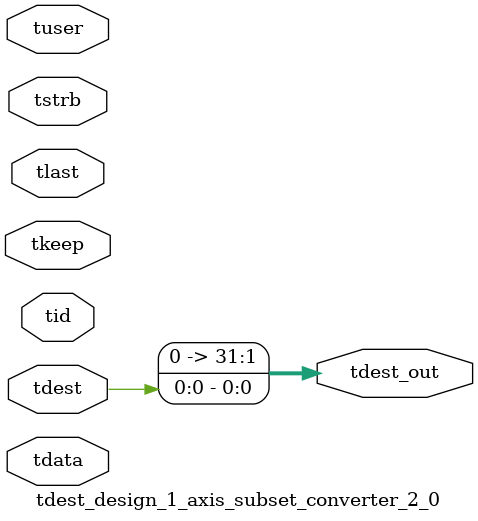
<source format=v>


`timescale 1ps/1ps

module tdest_design_1_axis_subset_converter_2_0 #
(
parameter C_S_AXIS_TDATA_WIDTH = 32,
parameter C_S_AXIS_TUSER_WIDTH = 0,
parameter C_S_AXIS_TID_WIDTH   = 0,
parameter C_S_AXIS_TDEST_WIDTH = 0,
parameter C_M_AXIS_TDEST_WIDTH = 32
)
(
input  [(C_S_AXIS_TDATA_WIDTH == 0 ? 1 : C_S_AXIS_TDATA_WIDTH)-1:0     ] tdata,
input  [(C_S_AXIS_TUSER_WIDTH == 0 ? 1 : C_S_AXIS_TUSER_WIDTH)-1:0     ] tuser,
input  [(C_S_AXIS_TID_WIDTH   == 0 ? 1 : C_S_AXIS_TID_WIDTH)-1:0       ] tid,
input  [(C_S_AXIS_TDEST_WIDTH == 0 ? 1 : C_S_AXIS_TDEST_WIDTH)-1:0     ] tdest,
input  [(C_S_AXIS_TDATA_WIDTH/8)-1:0 ] tkeep,
input  [(C_S_AXIS_TDATA_WIDTH/8)-1:0 ] tstrb,
input                                                                    tlast,
output [C_M_AXIS_TDEST_WIDTH-1:0] tdest_out
);

assign tdest_out = {tdest[0:0]};

endmodule


</source>
